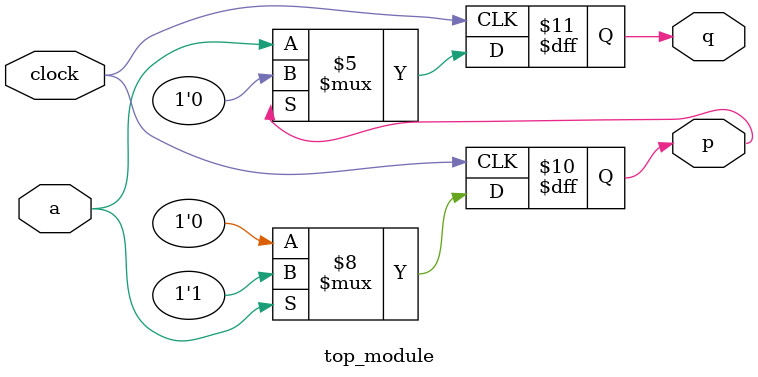
<source format=sv>
module top_module (
    input clock,
    input a, 
    output reg p,
    output reg q
);

always @(posedge clock) begin
    // Update p
    if (a == 1) begin
        p <= 1;
    end else begin
        p <= 0;
    end

    // Update q
    if (p == 1) begin
        q <= 0;
    end else begin
        q <= a;
    end
end

endmodule

</source>
